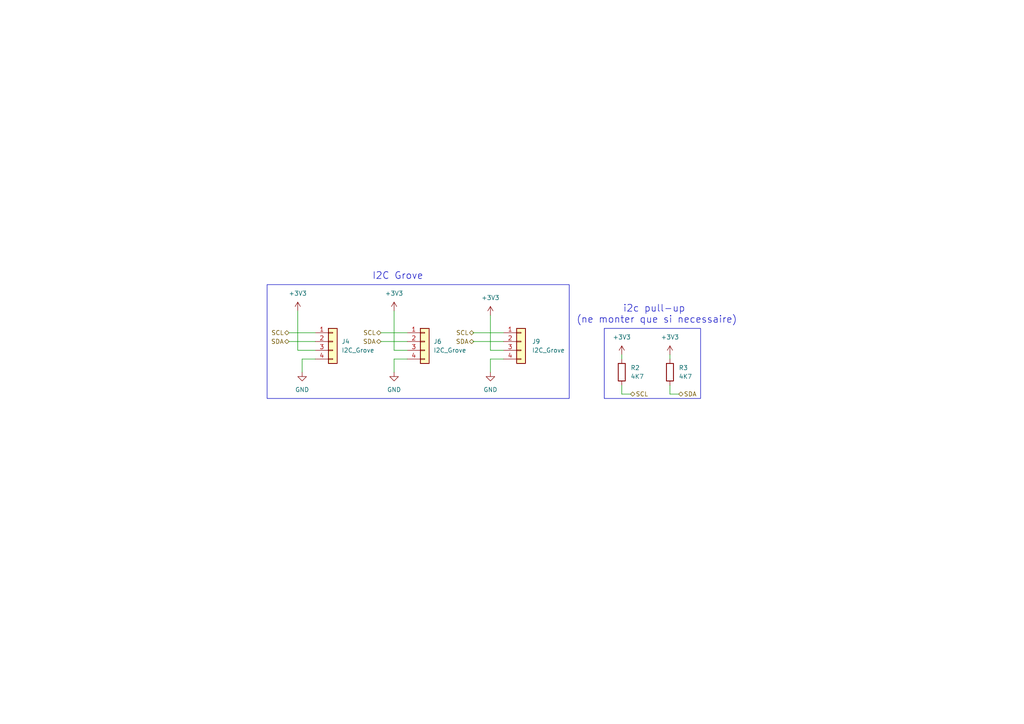
<source format=kicad_sch>
(kicad_sch (version 20250114) (generator "eeschema") (generator_version "9.0")
  (paper "A4")
  (lib_symbols
    (symbol "Connector_Generic:Conn_01x04" (pin_names (offset 1.016) (hide yes))
      (property "Reference" "J" (at 0 5.08 0))
      (property "Value" "Conn_01x04" (at 0 -7.62 0))
      (symbol "Conn_01x04_1_1"
        (rectangle (start -1.27 3.81) (end 1.27 -6.35) (stroke (width 0.254)) (fill (type background)))
        (rectangle (start -1.27 2.667) (end 0 2.413) (stroke (width 0.1524)))
        (rectangle (start -1.27 0.127) (end 0 -0.127) (stroke (width 0.1524)))
        (rectangle (start -1.27 -2.413) (end 0 -2.667) (stroke (width 0.1524)))
        (rectangle (start -1.27 -4.953) (end 0 -5.207) (stroke (width 0.1524)))
        (pin passive line (at -5.08 2.54 0) (length 3.81) (name "Pin_1") (number "1"))
        (pin passive line (at -5.08 0 0) (length 3.81) (name "Pin_2") (number "2"))
        (pin passive line (at -5.08 -2.54 0) (length 3.81) (name "Pin_3") (number "3"))
        (pin passive line (at -5.08 -5.08 0) (length 3.81) (name "Pin_4") (number "4"))
      )
    )
    (symbol "Device:R" (pin_numbers (hide yes)) (pin_names (offset 0))
      (property "Reference" "R" (at 2.032 0 90))
      (property "Value" "R" (at 0 0 90))
      (symbol "R_0_1"
        (rectangle (start -1.016 -2.54) (end 1.016 2.54) (stroke (width 0.254)))
      )
      (symbol "R_1_1"
        (pin passive line (at 0 3.81 270) (length 1.27) (name "~") (number "1"))
        (pin passive line (at 0 -3.81 90) (length 1.27) (name "~") (number "2"))
      )
    )
    (symbol "power:+3.3V" (power) (pin_names (offset 0))
      (property "Value" "+3.3V" (at 0 3.556 0))
      (symbol "+3.3V_0_1"
        (polyline (pts (xy -0.762 1.27) (xy 0 2.54)))
        (polyline (pts (xy 0 2.54) (xy 0.762 1.27)))
        (polyline (pts (xy 0 0) (xy 0 2.54)))
      )
      (symbol "+3.3V_1_1"
        (pin power_in line (at 0 0 90) (length 0) (hide yes) (name "+3V3") (number "1"))
      )
    )
    (symbol "power:GND" (power) (pin_names (offset 0))
      (property "Value" "GND" (at 0 -3.81 0))
      (symbol "GND_0_1"
        (polyline (pts (xy 0 0) (xy 0 -1.27) (xy 1.27 -1.27) (xy 0 -2.54) (xy -1.27 -1.27) (xy 0 -1.27)))
      )
      (symbol "GND_1_1"
        (pin power_in line (at 0 0 270) (length 0) (hide yes) (name "GND") (number "1"))
      )
    )
  )
  (rectangle (start 77.47 82.55) (end 165.1 115.57))
  (rectangle (start 175.26 95.25) (end 203.2 115.57))
  (text "I2C Grove" (at 107.95 81.28 0) (effects (font (size 2 2)) (justify left bottom)))
  (text "i2c pull-up \n(ne monter que si necessaire)" (at 190.5 93.98 0) (effects (font (size 2 2)) (justify bottom)))
  (wire (pts (xy 118.11 101.6) (xy 114.3 101.6)))
  (wire (pts (xy 110.49 99.06) (xy 118.11 99.06)))
  (wire (pts (xy 91.44 104.14) (xy 87.63 104.14)))
  (wire (pts (xy 196.85 114.3) (xy 194.31 114.3)))
  (wire (pts (xy 86.36 101.6) (xy 86.36 90.17)))
  (wire (pts (xy 87.63 104.14) (xy 87.63 107.95)))
  (wire (pts (xy 137.16 96.52) (xy 146.05 96.52)))
  (wire (pts (xy 137.16 99.06) (xy 146.05 99.06)))
  (wire (pts (xy 194.31 102.87) (xy 194.31 104.14)))
  (wire (pts (xy 146.05 104.14) (xy 142.24 104.14)))
  (wire (pts (xy 114.3 101.6) (xy 114.3 90.17)))
  (wire (pts (xy 142.24 104.14) (xy 142.24 107.95)))
  (wire (pts (xy 180.34 114.3) (xy 180.34 111.76)))
  (wire (pts (xy 194.31 114.3) (xy 194.31 111.76)))
  (wire (pts (xy 83.82 96.52) (xy 91.44 96.52)))
  (wire (pts (xy 83.82 99.06) (xy 91.44 99.06)))
  (wire (pts (xy 182.88 114.3) (xy 180.34 114.3)))
  (wire (pts (xy 180.34 102.87) (xy 180.34 104.14)))
  (wire (pts (xy 86.36 101.6) (xy 91.44 101.6)))
  (wire (pts (xy 110.49 96.52) (xy 118.11 96.52)))
  (wire (pts (xy 146.05 101.6) (xy 142.24 101.6)))
  (wire (pts (xy 118.11 104.14) (xy 114.3 104.14)))
  (wire (pts (xy 142.24 101.6) (xy 142.24 91.44)))
  (wire (pts (xy 114.3 104.14) (xy 114.3 107.95)))
  (hierarchical_label "SCL" (shape bidirectional) (at 110.49 96.52 180))
  (hierarchical_label "SDA" (shape bidirectional) (at 137.4194 99.06 180))
  (hierarchical_label "SCL" (shape bidirectional) (at 83.82 96.52 180))
  (hierarchical_label "SDA" (shape bidirectional) (at 110.49 99.06 180))
  (hierarchical_label "SCL" (shape bidirectional) (at 182.88 114.3 0))
  (hierarchical_label "SDA" (shape bidirectional) (at 196.85 114.3 0))
  (hierarchical_label "SDA" (shape bidirectional) (at 83.82 99.06 180))
  (hierarchical_label "SCL" (shape bidirectional) (at 137.4194 96.52 180))
  (symbol (lib_id "Connector_Generic:Conn_01x04") (at 123.19 99.06 0) (unit 1)
    (property "Reference" "J6" (at 125.73 99.06 0) (effects (justify left)))
    (property "Value" "I2C_Grove" (at 125.73 101.6 0) (effects (justify left)))
    (property "Footprint" "Connector:NS-Tech_Grove_1x04_P2mm_Vertical" (effects (hide yes)))
  )
  (symbol (lib_id "power:GND") (at 114.3 107.95 0) (unit 1)
    (property "Reference" "#PWR038" (effects (hide yes)))
    (property "Value" "GND" (at 114.3 113.03 0))
  )
  (symbol (lib_id "power:GND") (at 87.63 107.95 0) (unit 1)
    (property "Reference" "#PWR033" (effects (hide yes)))
    (property "Value" "GND" (at 87.63 113.03 0))
  )
  (symbol (lib_id "Device:R") (at 180.34 107.95 0) (unit 1)
    (property "Reference" "R2" (at 182.88 106.6799 0) (effects (justify left)))
    (property "Value" "4K7" (at 182.88 109.2199 0) (effects (justify left)))
    (property "Footprint" "Resistor_SMD:R_0805_2012Metric_Pad1.20x1.40mm_HandSolder" (effects (hide yes)))
    (property "Description" "Resistor" (effects (hide yes)))
  )
  (symbol (lib_id "power:+3.3V") (at 142.24 91.44 0) (unit 1)
    (property "Reference" "#PWR039" (effects (hide yes)))
    (property "Value" "+3V3" (at 142.24 86.36 0))
  )
  (symbol (lib_id "power:+3.3V") (at 180.34 102.87 0) (unit 1)
    (property "Reference" "#PWR08" (effects (hide yes)))
    (property "Value" "+3V3" (at 180.34 97.79 0))
  )
  (symbol (lib_id "power:+3.3V") (at 114.3 90.17 0) (unit 1)
    (property "Reference" "#PWR037" (effects (hide yes)))
    (property "Value" "+3V3" (at 114.3 85.09 0))
  )
  (symbol (lib_id "Connector_Generic:Conn_01x04") (at 96.52 99.06 0) (unit 1)
    (property "Reference" "J4" (at 99.06 99.06 0) (effects (justify left)))
    (property "Value" "I2C_Grove" (at 99.06 101.6 0) (effects (justify left)))
    (property "Footprint" "Connector:NS-Tech_Grove_1x04_P2mm_Vertical" (effects (hide yes)))
  )
  (symbol (lib_id "power:+3.3V") (at 86.36 90.17 0) (unit 1)
    (property "Reference" "#PWR032" (effects (hide yes)))
    (property "Value" "+3V3" (at 86.36 85.09 0))
  )
  (symbol (lib_id "power:+3.3V") (at 194.31 102.87 0) (unit 1)
    (property "Reference" "#PWR013" (effects (hide yes)))
    (property "Value" "+3V3" (at 194.31 97.79 0))
  )
  (symbol (lib_id "Device:R") (at 194.31 107.95 0) (unit 1)
    (property "Reference" "R3" (at 196.85 106.6799 0) (effects (justify left)))
    (property "Value" "4K7" (at 196.85 109.2199 0) (effects (justify left)))
    (property "Footprint" "Resistor_SMD:R_0805_2012Metric_Pad1.20x1.40mm_HandSolder" (effects (hide yes)))
    (property "Description" "Resistor" (effects (hide yes)))
  )
  (symbol (lib_id "Connector_Generic:Conn_01x04") (at 151.13 99.06 0) (unit 1)
    (property "Reference" "J9" (at 154.305 99.06 0) (effects (justify left)))
    (property "Value" "I2C_Grove" (at 154.305 101.6 0) (effects (justify left)))
    (property "Footprint" "Connector:NS-Tech_Grove_1x04_P2mm_Vertical" (effects (hide yes)))
  )
  (symbol (lib_id "power:GND") (at 142.24 107.95 0) (unit 1)
    (property "Reference" "#PWR040" (effects (hide yes)))
    (property "Value" "GND" (at 142.24 113.03 0))
  )
)
</source>
